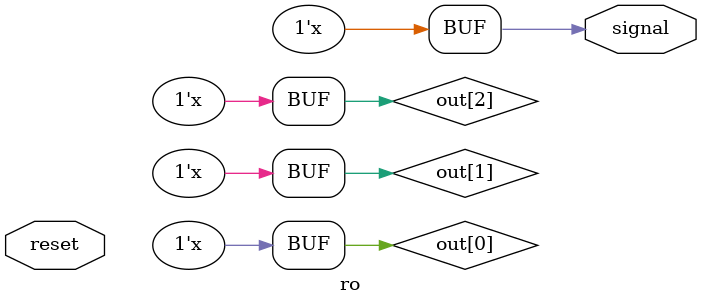
<source format=sv>
module ro #(SIZE = 3, DELAY = 2) (
  input logic reset,
  output logic signal);

	logic out[SIZE-1:0];

	genvar i;
	generate
		for (i = 0; i < SIZE-1; i++) begin
			not #(DELAY) (out[i+1], out[i]);
		end
	endgenerate

	not #(DELAY) (out[0], out[SIZE-1]);

	assign signal = out[SIZE-1];

endmodule

</source>
